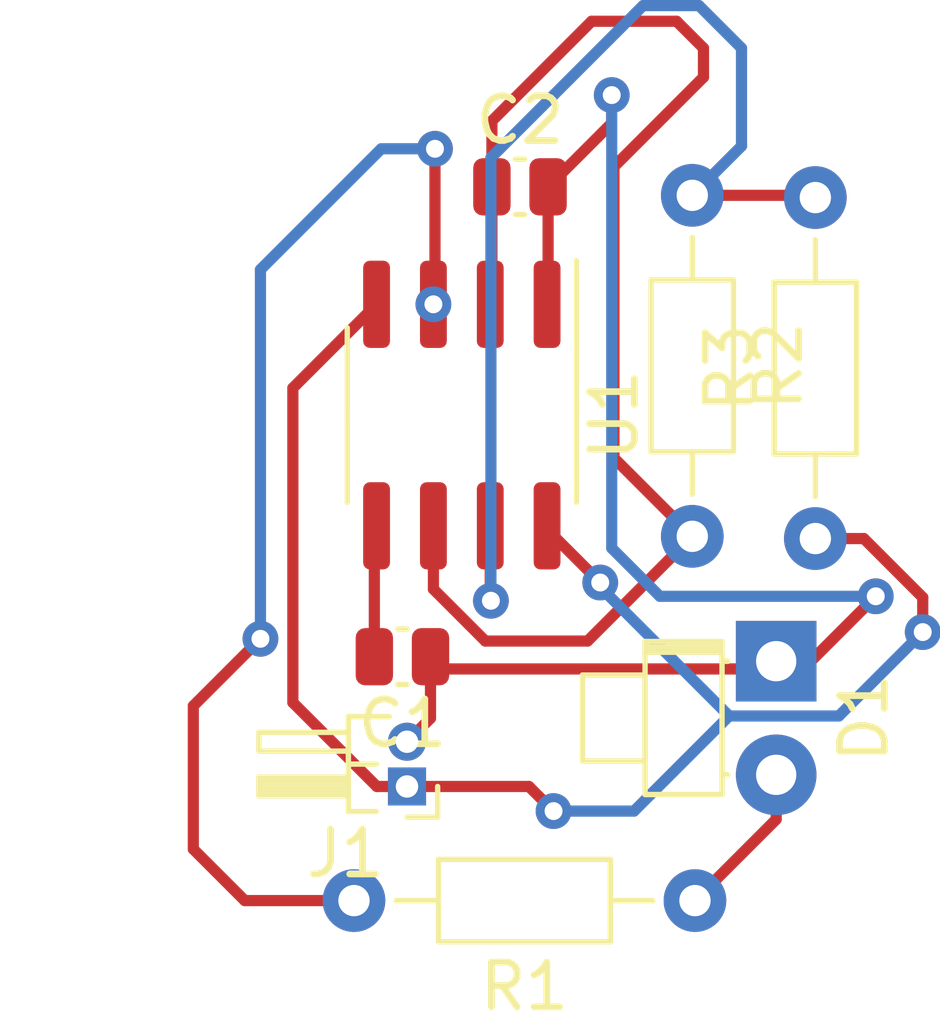
<source format=kicad_pcb>
(kicad_pcb (version 20211014) (generator pcbnew)
  (layers (0 "F.Cu" signal) (31 "B.Cu" signal) (34 "B.Paste" user) (35 "F.Paste" user) (36 "B.SilkS" user "B.Silkscreen") (37 "F.SilkS" user "F.Silkscreen") (38 "B.Mask" user) (39 "F.Mask" user) (44 "Edge.Cuts" user))
  (net 0 "")
  (net 1 "GND")
  (net 2 "Net-(C1-Pad2)")
  (net 3 "TR_LABEL")
  (net 4 "Net-(D1-Pad2)")
  (net 5 "VCC")
  (net 6 "Net-(R1-Pad2)")
  (net 7 "Net-(R2-Pad1)")
  (footprint "Resistor_THT:R_Axial_DIN0204_L3.6mm_D1.6mm_P7.62mm_Horizontal" (layer "F.Cu") (at 123.25 105.31 90)
    (fp_text reference "R3" (at 3.81 -1.92 90) (layer "F.SilkS"))
    (fp_text value "10K")
    (fp_line (start 5.73 0.92) (end 5.73 -0.92) (layer "F.SilkS") (width 0.12))
    (fp_line (start 1.89 0.92) (end 5.73 0.92) (layer "F.SilkS") (width 0.12))
    (fp_line (start 6.68 0) (end 5.73 0) (layer "F.SilkS") (width 0.12))
    (fp_line (start 5.73 -0.92) (end 1.89 -0.92) (layer "F.SilkS") (width 0.12))
    (fp_line (start 0.94 0) (end 1.89 0) (layer "F.SilkS") (width 0.12))
    (fp_line (start 1.89 -0.92) (end 1.89 0.92) (layer "F.SilkS") (width 0.12))
    (pad "1" thru_hole circle locked (at 0 0 90) (size 1.4 1.4) (drill 0.7) (layers *.Cu *.Mask) (net 5 "VCC"))
    (pad "2" thru_hole oval locked (at 7.62 0 90) (size 1.4 1.4) (drill 0.7) (layers *.Cu *.Mask) (net 7 "Net-(R2-Pad1)"))
  )
  (footprint "Capacitor_SMD:C_0504_1310Metric_Pad0.83x1.28mm_HandSolder" (layer "F.Cu") (at 116.65 97.45)
    (fp_text reference "C2" (at 0 -1.49) (layer "F.SilkS"))
    (fp_text value "10uF")
    (fp_line (start -0.101969 0.62) (end 0.101969 0.62) (layer "F.SilkS") (width 0.12))
    (fp_line (start -0.101969 -0.62) (end 0.101969 -0.62) (layer "F.SilkS") (width 0.12))
    (pad "1" smd roundrect locked (at -0.6275 0) (size 0.835 1.28) (layers "F.Cu" "F.Paste" "F.Mask") (net 3 "TR_LABEL"))
    (pad "2" smd roundrect locked (at 0.6275 0) (size 0.835 1.28) (layers "F.Cu" "F.Paste" "F.Mask") (net 1 "GND"))
  )
  (footprint "Resistor_THT:R_Axial_DIN0204_L3.6mm_D1.6mm_P7.62mm_Horizontal" (layer "F.Cu") (at 120.56 113.4 180)
    (fp_text reference "R1" (at 3.81 -1.92) (layer "F.SilkS"))
    (fp_text value "470")
    (fp_line (start 5.73 0.92) (end 5.73 -0.92) (layer "F.SilkS") (width 0.12))
    (fp_line (start 1.89 -0.92) (end 1.89 0.92) (layer "F.SilkS") (width 0.12))
    (fp_line (start 5.73 -0.92) (end 1.89 -0.92) (layer "F.SilkS") (width 0.12))
    (fp_line (start 1.89 0.92) (end 5.73 0.92) (layer "F.SilkS") (width 0.12))
    (fp_line (start 6.68 0) (end 5.73 0) (layer "F.SilkS") (width 0.12))
    (fp_line (start 0.94 0) (end 1.89 0) (layer "F.SilkS") (width 0.12))
    (pad "1" thru_hole circle locked (at 0 0 180) (size 1.4 1.4) (drill 0.7) (layers *.Cu *.Mask) (net 4 "Net-(D1-Pad2)"))
    (pad "2" thru_hole oval locked (at 7.62 0 180) (size 1.4 1.4) (drill 0.7) (layers *.Cu *.Mask) (net 6 "Net-(R1-Pad2)"))
  )
  (footprint "Capacitor_SMD:C_0504_1310Metric_Pad0.83x1.28mm_HandSolder" (layer "F.Cu") (at 114.0225 107.95 180)
    (fp_text reference "C1" (at 0 -1.49) (layer "F.SilkS"))
    (fp_text value "0.01uF")
    (fp_line (start -0.101969 -0.62) (end 0.101969 -0.62) (layer "F.SilkS") (width 0.12))
    (fp_line (start -0.101969 0.62) (end 0.101969 0.62) (layer "F.SilkS") (width 0.12))
    (pad "1" smd roundrect locked (at -0.6275 0 180) (size 0.835 1.28) (layers "F.Cu" "F.Paste" "F.Mask") (net 1 "GND"))
    (pad "2" smd roundrect locked (at 0.6275 0 180) (size 0.835 1.28) (layers "F.Cu" "F.Paste" "F.Mask") (net 2 "Net-(C1-Pad2)"))
  )
  (footprint "Connector_PinHeader_1.00mm:PinHeader_1x02_P1.00mm_Horizontal" (layer "F.Cu") (at 114.125 110.85 180)
    (fp_text reference "J1" (at 1.375 -1.5) (layer "F.SilkS"))
    (fp_text value "Conn_01x02_Female")
    (fp_line (start -0.685 0) (end -0.685 -0.685) (layer "F.SilkS") (width 0.12))
    (fp_line (start 0.685 0.5) (end 1.31 0.5) (layer "F.SilkS") (width 0.12))
    (fp_line (start 1.31 0.79) (end 3.31 0.79) (layer "F.SilkS") (width 0.12))
    (fp_line (start 1.31 1.56) (end 0.394493 1.56) (layer "F.SilkS") (width 0.12))
    (fp_line (start 1.31 -0.15) (end 3.31 -0.15) (layer "F.SilkS") (width 0.12))
    (fp_line (start 3.31 0.79) (end 3.31 1.21) (layer "F.SilkS") (width 0.12))
    (fp_line (start 1.31 -0.03) (end 3.31 -0.03) (layer "F.SilkS") (width 0.12))
    (fp_line (start 1.31 -0.21) (end 3.31 -0.21) (layer "F.SilkS") (width 0.12))
    (fp_line (start 1.31 0.09) (end 3.31 0.09) (layer "F.SilkS") (width 0.12))
    (fp_line (start 0.685 -0.56) (end 1.31 -0.56) (layer "F.SilkS") (width 0.12))
    (fp_line (start 3.31 1.21) (end 1.31 1.21) (layer "F.SilkS") (width 0.12))
    (fp_line (start 3.31 -0.21) (end 3.31 0.21) (layer "F.SilkS") (width 0.12))
    (fp_line (start 1.31 -0.56) (end 1.31 1.56) (layer "F.SilkS") (width 0.12))
    (fp_line (start 3.31 0.21) (end 1.31 0.21) (layer "F.SilkS") (width 0.12))
    (fp_line (start -0.685 -0.685) (end 0 -0.685) (layer "F.SilkS") (width 0.12))
    (pad "1" thru_hole rect locked (at 0 0 180) (size 0.85 0.85) (drill 0.5) (layers *.Cu *.Mask) (net 5 "VCC"))
    (pad "2" thru_hole oval locked (at 0 1 180) (size 0.85 0.85) (drill 0.5) (layers *.Cu *.Mask) (net 1 "GND"))
  )
  (footprint "LED_THT:LED_D1.8mm_W1.8mm_H2.4mm_Horizontal_O1.27mm_Z8.2mm" (layer "F.Cu") (at 122.375 108.05 -90)
    (fp_text reference "D1" (at 1.27 -1.96 90) (layer "F.SilkS"))
    (fp_text value "LED")
    (fp_line (start 0 1.21) (end 0 1.21) (layer "F.SilkS") (width 0.12))
    (fp_line (start 2.23 2.93) (end 0.31 2.93) (layer "F.SilkS") (width 0.12))
    (fp_line (start 2.98 1.21) (end -0.44 1.21) (layer "F.SilkS") (width 0.12))
    (fp_line (start -0.44 1.21) (end -0.44 2.93) (layer "F.SilkS") (width 0.12))
    (fp_line (start -0.2 1.21) (end -0.2 2.93) (layer "F.SilkS") (width 0.12))
    (fp_line (start 2.54 1.08) (end 2.54 1.21) (layer "F.SilkS") (width 0.12))
    (fp_line (start 0 1.21) (end 0 1.08) (layer "F.SilkS") (width 0.12))
    (fp_line (start 0 1.08) (end 0 1.21) (layer "F.SilkS") (width 0.12))
    (fp_line (start 2.23 4.33) (end 2.23 2.93) (layer "F.SilkS") (width 0.12))
    (fp_line (start -0.32 1.21) (end -0.32 2.93) (layer "F.SilkS") (width 0.12))
    (fp_line (start 0.31 2.93) (end 0.31 4.33) (layer "F.SilkS") (width 0.12))
    (fp_line (start 2.54 1.21) (end 2.54 1.21) (layer "F.SilkS") (width 0.12))
    (fp_line (start 2.54 1.08) (end 2.54 1.08) (layer "F.SilkS") (width 0.12))
    (fp_line (start -0.44 2.93) (end 2.98 2.93) (layer "F.SilkS") (width 0.12))
    (fp_line (start 2.98 2.93) (end 2.98 1.21) (layer "F.SilkS") (width 0.12))
    (fp_line (start 0.31 4.33) (end 2.23 4.33) (layer "F.SilkS") (width 0.12))
    (fp_line (start 0 1.08) (end 0 1.08) (layer "F.SilkS") (width 0.12))
    (fp_line (start 2.54 1.21) (end 2.54 1.08) (layer "F.SilkS") (width 0.12))
    (pad "1" thru_hole rect locked (at 0 0 270) (size 1.8 1.8) (drill 0.9) (layers *.Cu *.Mask) (net 1 "GND"))
    (pad "2" thru_hole circle locked (at 2.54 0 270) (size 1.8 1.8) (drill 0.9) (layers *.Cu *.Mask) (net 4 "Net-(D1-Pad2)"))
  )
  (footprint "Package_SO:SOIC-8_3.9x4.9mm_P1.27mm" (layer "F.Cu") (at 115.35 102.55 -90)
    (fp_text reference "U1" (at 0 -3.4 90) (layer "F.SilkS"))
    (fp_text value "LM555xM")
    (fp_line (start 0 2.56) (end 1.95 2.56) (layer "F.SilkS") (width 0.12))
    (fp_line (start 0 2.56) (end -1.95 2.56) (layer "F.SilkS") (width 0.12))
    (fp_line (start 0 -2.56) (end 1.95 -2.56) (layer "F.SilkS") (width 0.12))
    (fp_line (start 0 -2.56) (end -3.45 -2.56) (layer "F.SilkS") (width 0.12))
    (pad "1" smd roundrect locked (at -2.475 -1.905 270) (size 1.95 0.6) (layers "F.Cu" "F.Paste" "F.Mask") (net 1 "GND"))
    (pad "2" smd roundrect locked (at -2.475 -0.635 270) (size 1.95 0.6) (layers "F.Cu" "F.Paste" "F.Mask") (net 3 "TR_LABEL"))
    (pad "3" smd roundrect locked (at -2.475 0.635 270) (size 1.95 0.6) (layers "F.Cu" "F.Paste" "F.Mask") (net 6 "Net-(R1-Pad2)"))
    (pad "4" smd roundrect locked (at -2.475 1.905 270) (size 1.95 0.6) (layers "F.Cu" "F.Paste" "F.Mask") (net 5 "VCC"))
    (pad "5" smd roundrect locked (at 2.475 1.905 270) (size 1.95 0.6) (layers "F.Cu" "F.Paste" "F.Mask") (net 2 "Net-(C1-Pad2)"))
    (pad "6" smd roundrect locked (at 2.475 0.635 270) (size 1.95 0.6) (layers "F.Cu" "F.Paste" "F.Mask") (net 3 "TR_LABEL"))
    (pad "7" smd roundrect locked (at 2.475 -0.635 270) (size 1.95 0.6) (layers "F.Cu" "F.Paste" "F.Mask") (net 7 "Net-(R2-Pad1)"))
    (pad "8" smd roundrect locked (at 2.475 -1.905 270) (size 1.95 0.6) (layers "F.Cu" "F.Paste" "F.Mask") (net 5 "VCC"))
  )
  (footprint "Resistor_THT:R_Axial_DIN0204_L3.6mm_D1.6mm_P7.62mm_Horizontal" (layer "F.Cu") (at 120.5 97.64 -90)
    (fp_text reference "R2" (at 3.81 -1.92 90) (layer "F.SilkS"))
    (fp_text value "10K")
    (fp_line (start 5.73 -0.92) (end 1.89 -0.92) (layer "F.SilkS") (width 0.12))
    (fp_line (start 5.73 0.92) (end 5.73 -0.92) (layer "F.SilkS") (width 0.12))
    (fp_line (start 6.68 0) (end 5.73 0) (layer "F.SilkS") (width 0.12))
    (fp_line (start 1.89 0.92) (end 5.73 0.92) (layer "F.SilkS") (width 0.12))
    (fp_line (start 0.94 0) (end 1.89 0) (layer "F.SilkS") (width 0.12))
    (fp_line (start 1.89 -0.92) (end 1.89 0.92) (layer "F.SilkS") (width 0.12))
    (pad "1" thru_hole circle locked (at 0 0 270) (size 1.4 1.4) (drill 0.7) (layers *.Cu *.Mask) (net 7 "Net-(R2-Pad1)"))
    (pad "2" thru_hole oval locked (at 7.62 0 270) (size 1.4 1.4) (drill 0.7) (layers *.Cu *.Mask) (net 3 "TR_LABEL"))
  )
  (segment (start 117.2775 97.45) (end 118.7 96.0275) (width 0.25) (layer "F.Cu") (net 1))
  (segment (start 114.65 109.325) (end 114.125 109.85) (width 0.25) (layer "F.Cu") (net 1))
  (segment (start 117.2775 97.45) (end 117.2775 100.0525) (width 0.25) (layer "F.Cu") (net 1))
  (segment (start 122.375 108.05) (end 122.200969 108.224031) (width 0.25) (layer "F.Cu") (net 1))
  (segment (start 114.924031 108.224031) (end 114.65 107.95) (width 0.25) (layer "F.Cu") (net 1))
  (segment (start 117.2775 100.0525) (end 117.255 100.075) (width 0.25) (layer "F.Cu") (net 1))
  (segment (start 118.7 96.0275) (end 118.7 95.4) (width 0.25) (layer "F.Cu") (net 1))
  (segment (start 123.15 108.05) (end 122.375 108.05) (width 0.25) (layer "F.Cu") (net 1))
  (segment (start 114.65 107.95) (end 114.65 109.325) (width 0.25) (layer "F.Cu") (net 1))
  (segment (start 122.200969 108.224031) (end 114.924031 108.224031) (width 0.25) (layer "F.Cu") (net 1))
  (segment (start 124.6 106.6) (end 123.15 108.05) (width 0.25) (layer "F.Cu") (net 1))
  (via (at 124.6 106.6) (size 0.8) (drill 0.4) (layers "F.Cu" "B.Cu") (net 1))
  (via (at 118.7 95.4) (size 0.8) (drill 0.4) (layers "F.Cu" "B.Cu") (net 1))
  (segment (start 118.7 95.4) (end 118.7 105.525) (width 0.25) (layer "B.Cu") (net 1))
  (segment (start 118.7 105.525) (end 119.775 106.6) (width 0.25) (layer "B.Cu") (net 1))
  (segment (start 119.775 106.6) (end 124.6 106.6) (width 0.25) (layer "B.Cu") (net 1))
  (segment (start 113.395 107.95) (end 113.395 105.075) (width 0.25) (layer "F.Cu") (net 2))
  (segment (start 113.395 105.075) (end 113.445 105.025) (width 0.25) (layer "F.Cu") (net 2))
  (segment (start 116.0225 100.0375) (end 115.985 100.075) (width 0.25) (layer "F.Cu") (net 3))
  (segment (start 116.0225 95.9775) (end 118.25 93.75) (width 0.25) (layer "F.Cu") (net 3))
  (segment (start 118.75 103.51) (end 120.5 105.26) (width 0.25) (layer "F.Cu") (net 3))
  (segment (start 116.0225 97.45) (end 116.0225 95.9775) (width 0.25) (layer "F.Cu") (net 3))
  (segment (start 118.16 107.6) (end 120.5 105.26) (width 0.25) (layer "F.Cu") (net 3))
  (segment (start 118.25 93.75) (end 120.15 93.75) (width 0.25) (layer "F.Cu") (net 3))
  (segment (start 120.15 93.75) (end 120.75 94.35) (width 0.25) (layer "F.Cu") (net 3))
  (segment (start 114.715 106.439614) (end 115.875386 107.6) (width 0.25) (layer "F.Cu") (net 3))
  (segment (start 114.715 105.025) (end 114.715 106.439614) (width 0.25) (layer "F.Cu") (net 3))
  (segment (start 116.0225 97.45) (end 116.0225 100.0375) (width 0.25) (layer "F.Cu") (net 3))
  (segment (start 120.75 94.35) (end 120.75 95) (width 0.25) (layer "F.Cu") (net 3))
  (segment (start 120.75 95) (end 118.75 97) (width 0.25) (layer "F.Cu") (net 3))
  (segment (start 115.875386 107.6) (end 118.16 107.6) (width 0.25) (layer "F.Cu") (net 3))
  (segment (start 118.75 97) (end 118.75 103.51) (width 0.25) (layer "F.Cu") (net 3))
  (segment (start 120.225 113.065) (end 120.56 113.4) (width 0.25) (layer "F.Cu") (net 4))
  (segment (start 120.56 113.4) (end 122.375 111.585) (width 0.25) (layer "F.Cu") (net 4))
  (segment (start 122.375 111.585) (end 122.375 110.59) (width 0.25) (layer "F.Cu") (net 4))
  (segment (start 111.574511 101.945489) (end 111.574511 108.974511) (width 0.25) (layer "F.Cu") (net 5))
  (segment (start 124.334614 105.31) (end 125.65 106.625386) (width 0.25) (layer "F.Cu") (net 5))
  (segment (start 116.85 110.85) (end 117.4 111.4) (width 0.25) (layer "F.Cu") (net 5))
  (segment (start 113.445 100.075) (end 111.574511 101.945489) (width 0.25) (layer "F.Cu") (net 5))
  (segment (start 123.25 105.31) (end 124.334614 105.31) (width 0.25) (layer "F.Cu") (net 5))
  (segment (start 117.255 105.104598) (end 118.442902 106.2925) (width 0.25) (layer "F.Cu") (net 5))
  (segment (start 125.65 106.625386) (end 125.65 107.4) (width 0.25) (layer "F.Cu") (net 5))
  (segment (start 114.125 110.85) (end 116.85 110.85) (width 0.25) (layer "F.Cu") (net 5))
  (segment (start 113.45 110.85) (end 114.125 110.85) (width 0.25) (layer "F.Cu") (net 5))
  (segment (start 118.442902 106.2925) (end 118.260402 106.475) (width 0.25) (layer "F.Cu") (net 5))
  (segment (start 117.255 105.025) (end 117.255 105.104598) (width 0.25) (layer "F.Cu") (net 5))
  (segment (start 111.574511 108.974511) (end 113.45 110.85) (width 0.25) (layer "F.Cu") (net 5))
  (via (at 125.65 107.4) (size 0.8) (drill 0.4) (layers "F.Cu" "B.Cu") (net 5))
  (via (at 118.442902 106.2925) (size 0.8) (drill 0.4) (layers "F.Cu" "B.Cu") (net 5))
  (via (at 117.4 111.4) (size 0.8) (drill 0.4) (layers "F.Cu" "B.Cu") (net 5))
  (segment (start 121.324511 109.274511) (end 118.442902 106.392902) (width 0.25) (layer "B.Cu") (net 5))
  (segment (start 123.775489 109.274511) (end 121.324511 109.274511) (width 0.25) (layer "B.Cu") (net 5))
  (segment (start 125.65 107.4) (end 123.775489 109.274511) (width 0.25) (layer "B.Cu") (net 5))
  (segment (start 119.199022 111.4) (end 121.324511 109.274511) (width 0.25) (layer "B.Cu") (net 5))
  (segment (start 118.442902 106.392902) (end 118.442902 106.2925) (width 0.25) (layer "B.Cu") (net 5))
  (segment (start 117.4 111.4) (end 119.199022 111.4) (width 0.25) (layer "B.Cu") (net 5))
  (segment (start 114.75 96.6) (end 114.75 100.04) (width 0.25) (layer "F.Cu") (net 6))
  (segment (start 109.35 109.05) (end 110.85 107.55) (width 0.25) (layer "F.Cu") (net 6))
  (segment (start 109.35 112.25) (end 109.35 109.05) (width 0.25) (layer "F.Cu") (net 6))
  (segment (start 112.94 113.4) (end 110.5 113.4) (width 0.25) (layer "F.Cu") (net 6))
  (segment (start 110.5 113.4) (end 109.35 112.25) (width 0.25) (layer "F.Cu") (net 6))
  (segment (start 114.75 100.04) (end 114.715 100.075) (width 0.25) (layer "F.Cu") (net 6))
  (via (at 110.85 107.55) (size 0.8) (drill 0.4) (layers "F.Cu" "B.Cu") (net 6))
  (via (at 114.715 100.075) (size 0.8) (drill 0.4) (layers "F.Cu" "B.Cu") (net 6))
  (via (at 114.75 96.6) (size 0.8) (drill 0.4) (layers "F.Cu" "B.Cu") (net 6))
  (segment (start 112.05 98.1) (end 113.55 96.6) (width 0.25) (layer "B.Cu") (net 6))
  (segment (start 110.85 99.3) (end 112.05 98.1) (width 0.25) (layer "B.Cu") (net 6))
  (segment (start 110.85 107.55) (end 110.85 99.3) (width 0.25) (layer "B.Cu") (net 6))
  (segment (start 113.55 96.6) (end 114.75 96.6) (width 0.25) (layer "B.Cu") (net 6))
  (segment (start 123.2 97.64) (end 123.25 97.69) (width 0.25) (layer "F.Cu") (net 7))
  (segment (start 115.985 105.025) (end 115.985 106.685) (width 0.25) (layer "F.Cu") (net 7))
  (segment (start 115.985 106.685) (end 116 106.7) (width 0.25) (layer "F.Cu") (net 7))
  (segment (start 120.5 97.64) (end 123.2 97.64) (width 0.25) (layer "F.Cu") (net 7))
  (via (at 116 106.7) (size 0.8) (drill 0.4) (layers "F.Cu" "B.Cu") (net 7))
  (segment (start 120.65 93.4) (end 121.6 94.35) (width 0.25) (layer "B.Cu") (net 7))
  (segment (start 121.6 94.35) (end 121.6 96.54) (width 0.25) (layer "B.Cu") (net 7))
  (segment (start 119.4 93.4) (end 120.65 93.4) (width 0.25) (layer "B.Cu") (net 7))
  (segment (start 116 106.7) (end 116 96.8) (width 0.25) (layer "B.Cu") (net 7))
  (segment (start 121.6 96.54) (end 120.5 97.64) (width 0.25) (layer "B.Cu") (net 7))
  (segment (start 116 96.8) (end 119.4 93.4) (width 0.25) (layer "B.Cu") (net 7))
)
</source>
